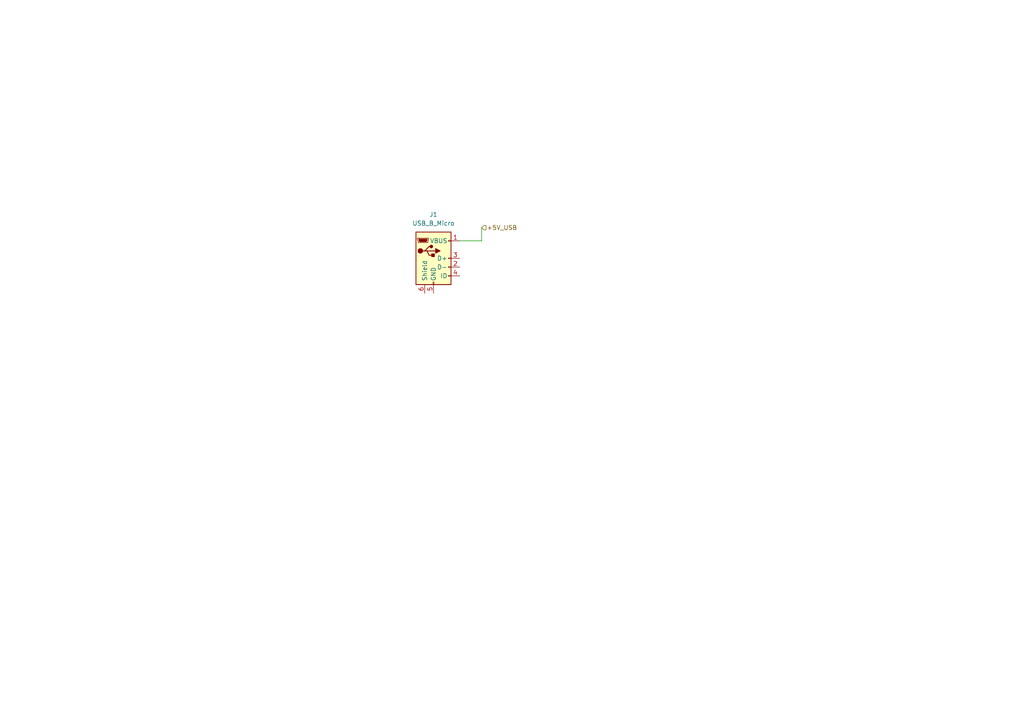
<source format=kicad_sch>
(kicad_sch (version 20231120) (generator "eeschema") (generator_version "8.0")
  (paper "A4")
  (lib_symbols
    (symbol "Connector:USB_B_Micro" (pin_names (offset 1.016))
      (property "Reference" "J" (at -5.08 11.43 0))
      (property "Value" "USB_B_Micro" (at -5.08 8.89 0))
      (symbol "USB_B_Micro_0_1"
        (rectangle (start -5.08 -7.62) (end 5.08 7.62) (stroke (width 0.254)) (fill (type background)))
        (circle (center -3.81 2.159) (radius 0.635) (stroke (width 0.254)) (fill (type outline)))
        (circle (center -0.635 3.429) (radius 0.381) (stroke (width 0.254)) (fill (type outline)))
        (rectangle (start -0.127 -7.62) (end 0.127 -6.858))
        (polyline (pts (xy -1.905 2.159) (xy 0.635 2.159)) (stroke (width 0.254)))
        (polyline (pts (xy -3.175 2.159) (xy -2.54 2.159) (xy -1.27 3.429) (xy -0.635 3.429)) (stroke (width 0.254)))
        (polyline (pts (xy -2.54 2.159) (xy -1.905 2.159) (xy -1.27 0.889) (xy 0 0.889)) (stroke (width 0.254)))
        (polyline (pts (xy 0.635 2.794) (xy 0.635 1.524) (xy 1.905 2.159) (xy 0.635 2.794)) (stroke (width 0.254)) (fill (type outline)))
        (polyline (pts (xy -4.318 5.588) (xy -1.778 5.588) (xy -2.032 4.826) (xy -4.064 4.826) (xy -4.318 5.588)) (fill (type outline)))
        (polyline (pts (xy -4.699 5.842) (xy -4.699 5.588) (xy -4.445 4.826) (xy -4.445 4.572) (xy -1.651 4.572) (xy -1.651 4.826) (xy -1.397 5.588) (xy -1.397 5.842) (xy -4.699 5.842)))
        (rectangle (start 0.254 1.27) (end -0.508 0.508) (stroke (width 0.254)) (fill (type outline)))
        (rectangle (start 5.08 -5.207) (end 4.318 -4.953))
        (rectangle (start 5.08 -2.667) (end 4.318 -2.413))
        (rectangle (start 5.08 -0.127) (end 4.318 0.127))
        (rectangle (start 5.08 4.953) (end 4.318 5.207))
      )
      (symbol "USB_B_Micro_1_1"
        (pin power_out line (at 7.62 5.08 180) (length 2.54) (name "VBUS") (number "1"))
        (pin bidirectional line (at 7.62 -2.54 180) (length 2.54) (name "D-") (number "2"))
        (pin bidirectional line (at 7.62 0 180) (length 2.54) (name "D+") (number "3"))
        (pin passive line (at 7.62 -5.08 180) (length 2.54) (name "ID") (number "4"))
        (pin power_out line (at 0 -10.16 90) (length 2.54) (name "GND") (number "5"))
        (pin passive line (at -2.54 -10.16 90) (length 2.54) (name "Shield") (number "6"))
      )
    )
  )
  (wire (pts (xy 139.7 66.04) (xy 139.7 69.85)))
  (wire (pts (xy 133.35 69.85) (xy 139.7 69.85)))
  (hierarchical_label "+5V_USB" (shape input) (at 139.7 66.04 0))
  (symbol (lib_id "Connector:USB_B_Micro") (at 125.73 74.93 0) (unit 1)
    (property "Reference" "J1" (at 125.73 62.23 0))
    (property "Value" "USB_B_Micro" (at 125.73 64.77 0))
    (property "Description" "USB Micro Type B connector" (effects (hide yes)))
  )
)
</source>
